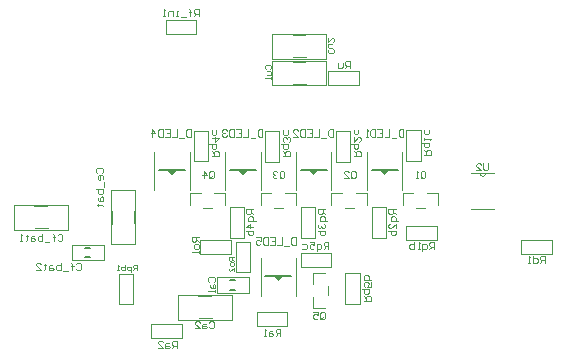
<source format=gbo>
G04*
G04 #@! TF.GenerationSoftware,Altium Limited,Altium Designer,20.2.4 (192)*
G04*
G04 Layer_Color=32896*
%FSLAX25Y25*%
%MOIN*%
G70*
G04*
G04 #@! TF.SameCoordinates,81383B29-DD0C-412F-95FE-E9E56B5C578C*
G04*
G04*
G04 #@! TF.FilePolarity,Positive*
G04*
G01*
G75*
%ADD13C,0.00400*%
%ADD14C,0.00315*%
%ADD16C,0.00300*%
%ADD18C,0.00500*%
%ADD21C,0.00250*%
%ADD22C,0.00394*%
%ADD23C,0.00591*%
G36*
X61614Y64173D02*
X60039Y62598D01*
X58465Y64173D01*
X61614D01*
D02*
G37*
G36*
X85236D02*
X83661Y62598D01*
X82087Y64173D01*
X85236D01*
D02*
G37*
G36*
X97047Y28740D02*
X95472Y27165D01*
X93898Y28740D01*
X97047D01*
D02*
G37*
G36*
X108858Y64173D02*
X107283Y62598D01*
X105709Y64173D01*
X108858D01*
D02*
G37*
G36*
X132480D02*
X130905Y62598D01*
X129331Y64173D01*
X132480D01*
D02*
G37*
D13*
X106890Y18103D02*
X111024D01*
X106890D02*
Y21745D01*
X112008Y22532D02*
Y25485D01*
X106890Y29914D02*
X111024D01*
X106890Y26272D02*
Y29914D01*
X136890Y52461D02*
Y56595D01*
X140532D01*
X141319Y51476D02*
X144272D01*
X148701Y52461D02*
Y56595D01*
X145059D02*
X148701D01*
X113189Y52461D02*
Y56595D01*
X116831D01*
X117618Y51476D02*
X120571D01*
X125000Y52461D02*
Y56595D01*
X121358D02*
X125000D01*
X89567Y52461D02*
Y56595D01*
X93209D01*
X93996Y51476D02*
X96949D01*
X101378Y52461D02*
Y56595D01*
X97736D02*
X101378D01*
X65965Y52461D02*
Y56595D01*
X69606D01*
X70394Y51476D02*
X73347D01*
X77776Y52461D02*
Y56595D01*
X74134D02*
X77776D01*
D14*
X80709Y35089D02*
X78938D01*
Y34203D01*
X79233Y33908D01*
X79823D01*
X80118Y34203D01*
Y35089D01*
Y34498D02*
X80709Y33908D01*
Y33022D02*
Y32432D01*
X80414Y32137D01*
X79823D01*
X79528Y32432D01*
Y33022D01*
X79823Y33318D01*
X80414D01*
X80709Y33022D01*
Y30366D02*
Y31546D01*
X79528Y30366D01*
X79233D01*
X78938Y30661D01*
Y31251D01*
X79233Y31546D01*
D16*
X42298Y19301D02*
Y29537D01*
Y19301D02*
X47022D01*
Y29537D01*
X42298D02*
X47022D01*
X125000Y57480D02*
Y70079D01*
X136811Y57480D02*
Y70079D01*
X101378Y57480D02*
Y70079D01*
X113189Y57480D02*
Y70079D01*
X77756Y57480D02*
Y70079D01*
X89567Y57480D02*
Y70079D01*
X54134Y57480D02*
Y70079D01*
X65945Y57480D02*
Y70079D01*
X89567Y22047D02*
Y34646D01*
X101378Y22047D02*
Y34646D01*
X75015Y23249D02*
Y28367D01*
X85645D01*
Y23249D02*
Y28367D01*
X75015Y23249D02*
X85645D01*
X88287Y12088D02*
X98524D01*
Y16812D01*
X88287D02*
X98524D01*
X88287Y12088D02*
Y16812D01*
X37303Y34154D02*
Y39272D01*
X26673Y34154D02*
X37303D01*
X26673D02*
Y39272D01*
X37303D01*
X57972Y114173D02*
X68209D01*
X57972Y109449D02*
Y114173D01*
Y109449D02*
X68209D01*
Y114173D01*
X79331Y51673D02*
X84055D01*
Y41437D02*
Y51673D01*
X79331Y41437D02*
X84055D01*
X79331D02*
Y51673D01*
X69528Y36006D02*
X79764D01*
Y40730D01*
X69528D02*
X79764D01*
X69528Y36006D02*
Y40730D01*
X81299Y30017D02*
X86024D01*
X81299D02*
Y40253D01*
X86024D01*
Y30017D02*
Y40253D01*
X103150Y51673D02*
X107874D01*
Y41437D02*
Y51673D01*
X103150Y41437D02*
X107874D01*
X103150D02*
Y51673D01*
X112008Y97047D02*
X122244D01*
X112008Y92323D02*
Y97047D01*
Y92323D02*
X122244D01*
Y97047D01*
X176378Y40862D02*
X186614D01*
X176378Y36138D02*
Y40862D01*
Y36138D02*
X186614D01*
Y40862D01*
X53110Y7991D02*
X63346D01*
Y12715D01*
X53110D02*
X63346D01*
X53110Y7991D02*
Y12715D01*
X148228Y40748D02*
Y45472D01*
X137992Y40748D02*
X148228D01*
X137992D02*
Y45472D01*
X148228D01*
X126772Y41437D02*
Y51673D01*
Y41437D02*
X131496D01*
Y51673D01*
X126772D02*
X131496D01*
X117854Y29727D02*
X122579D01*
Y19490D02*
Y29727D01*
X117854Y19490D02*
X122579D01*
X117854D02*
Y29727D01*
X142913Y67224D02*
Y77461D01*
X138189D02*
X142913D01*
X138189Y67224D02*
Y77461D01*
Y67224D02*
X142913D01*
X114764Y66929D02*
X119488D01*
X114764D02*
Y77165D01*
X119488D01*
Y66929D02*
Y77165D01*
X95768Y66929D02*
Y77165D01*
X91043D02*
X95768D01*
X91043Y66929D02*
Y77165D01*
Y66929D02*
X95768D01*
X67421Y67028D02*
X72146D01*
X67421D02*
Y77264D01*
X72146D01*
Y67028D02*
Y77264D01*
X102894Y31890D02*
X113130D01*
Y36614D01*
X102894D02*
X113130D01*
X102894Y31890D02*
Y36614D01*
D18*
X79445Y24234D02*
X81216D01*
X79445Y27383D02*
X81216D01*
X31102Y38287D02*
X32874D01*
X31102Y35138D02*
X32874D01*
D21*
X93442Y101221D02*
X111552D01*
Y109488D01*
X93442D02*
X111552D01*
X93442Y101221D02*
Y109488D01*
X100233Y109004D02*
X104485D01*
X100430Y101704D02*
X104682D01*
X93442Y92323D02*
X111552D01*
Y100591D01*
X93442D02*
X111552D01*
X93442Y92323D02*
Y100591D01*
X100233Y100107D02*
X104485D01*
X100430Y92807D02*
X104682D01*
X61909Y22442D02*
X80020D01*
X61909Y14174D02*
Y22442D01*
Y14174D02*
X80020D01*
Y22442D01*
X68976Y14658D02*
X73228D01*
X68779Y21958D02*
X73032D01*
X14207Y52016D02*
X18459D01*
X14403Y44716D02*
X18655D01*
X25447Y44232D02*
Y52500D01*
X7337Y44232D02*
X25447D01*
X7337D02*
Y52500D01*
X25447D01*
X47351Y46358D02*
Y50610D01*
X40051Y46161D02*
Y50413D01*
X39567Y39370D02*
X47835D01*
X39567D02*
Y57480D01*
X47835D01*
Y39370D02*
Y57480D01*
D22*
X162653Y62992D02*
G03*
X164631Y62992I989J0D01*
G01*
X159803Y50984D02*
X167480D01*
X159803Y62992D02*
X167480D01*
X113845Y104298D02*
X114173Y103970D01*
Y103314D01*
X113845Y102986D01*
X112533D01*
X112205Y103314D01*
Y103970D01*
X112533Y104298D01*
X113517Y104954D02*
X112533D01*
X112205Y105282D01*
Y106266D01*
X113517D01*
X112205Y108234D02*
Y106922D01*
X113517Y108234D01*
X113845D01*
X114173Y107906D01*
Y107250D01*
X113845Y106922D01*
X91273Y97736D02*
X90945Y98064D01*
Y98720D01*
X91273Y99048D01*
X92585D01*
X92913Y98720D01*
Y98064D01*
X92585Y97736D01*
X91601Y97080D02*
X92585D01*
X92913Y96752D01*
Y95768D01*
X91601D01*
X92913Y95112D02*
Y94456D01*
Y94784D01*
X90945D01*
X91273Y95112D01*
X48260Y30643D02*
Y32611D01*
X47276D01*
X46948Y32283D01*
Y31627D01*
X47276Y31299D01*
X48260D01*
X47604D02*
X46948Y30643D01*
X46292Y29987D02*
Y31955D01*
X45308D01*
X44980Y31627D01*
Y30971D01*
X45308Y30643D01*
X46292D01*
X44324Y32611D02*
Y30643D01*
X43340D01*
X43012Y30971D01*
Y31299D01*
Y31627D01*
X43340Y31955D01*
X44324D01*
X42357Y30643D02*
X41701D01*
X42028D01*
Y32611D01*
X42357Y32283D01*
X21947Y42519D02*
X22341Y42913D01*
X23128D01*
X23521Y42519D01*
Y40945D01*
X23128Y40551D01*
X22341D01*
X21947Y40945D01*
X20766Y40551D02*
Y42519D01*
Y41732D01*
X21160D01*
X20373D01*
X20766D01*
Y42519D01*
X20373Y42913D01*
X19192Y40158D02*
X17618D01*
X16831Y42913D02*
Y40551D01*
X15650D01*
X15256Y40945D01*
Y41339D01*
Y41732D01*
X15650Y42126D01*
X16831D01*
X14076D02*
X13288D01*
X12895Y41732D01*
Y40551D01*
X14076D01*
X14469Y40945D01*
X14076Y41339D01*
X12895D01*
X11714Y42519D02*
Y42126D01*
X12108D01*
X11321D01*
X11714D01*
Y40945D01*
X11321Y40551D01*
X10140D02*
X9353D01*
X9746D01*
Y42913D01*
X10140Y42519D01*
X111024Y50984D02*
X108662D01*
Y49804D01*
X109056Y49410D01*
X109843D01*
X110237Y49804D01*
Y50984D01*
Y50197D02*
X111024Y49410D01*
X111811Y47049D02*
X109449D01*
Y48229D01*
X109843Y48623D01*
X110630D01*
X111024Y48229D01*
Y47049D01*
X109056Y46261D02*
X108662Y45868D01*
Y45081D01*
X109056Y44687D01*
X109449D01*
X109843Y45081D01*
Y45474D01*
Y45081D01*
X110237Y44687D01*
X110630D01*
X111024Y45081D01*
Y45868D01*
X110630Y46261D01*
X108662Y43900D02*
X111024D01*
Y42719D01*
X110630Y42326D01*
X110237D01*
X109843D01*
X109449Y42719D01*
Y43900D01*
X68896Y115453D02*
Y117815D01*
X67715D01*
X67321Y117421D01*
Y116634D01*
X67715Y116240D01*
X68896D01*
X68109D02*
X67321Y115453D01*
X66141D02*
Y117421D01*
Y116634D01*
X66534D01*
X65747D01*
X66141D01*
Y117421D01*
X65747Y117815D01*
X64566Y115059D02*
X62992D01*
X62205Y115453D02*
X61418D01*
X61811D01*
Y117027D01*
X62205D01*
X60237Y115453D02*
Y117027D01*
X59056D01*
X58663Y116634D01*
Y115453D01*
X57876D02*
X57089D01*
X57482D01*
Y117815D01*
X57876Y117421D01*
X96161Y8889D02*
Y11250D01*
X94980D01*
X94586Y10857D01*
Y10070D01*
X94980Y9676D01*
X96161D01*
X95373D02*
X94586Y8889D01*
X93405Y10463D02*
X92618D01*
X92225Y10070D01*
Y8889D01*
X93405D01*
X93799Y9283D01*
X93405Y9676D01*
X92225D01*
X91438Y8889D02*
X90650D01*
X91044D01*
Y11250D01*
X91438Y10857D01*
X109547Y14863D02*
Y16437D01*
X109941Y16830D01*
X110728D01*
X111121Y16437D01*
Y14863D01*
X110728Y14469D01*
X109941D01*
X110334Y15256D02*
X109547Y14469D01*
X109941D02*
X109547Y14863D01*
X107186Y16830D02*
X108760D01*
Y15650D01*
X107973Y16043D01*
X107579D01*
X107186Y15650D01*
Y14863D01*
X107579Y14469D01*
X108366D01*
X108760Y14863D01*
X72539Y61811D02*
Y63386D01*
X72933Y63779D01*
X73720D01*
X74114Y63386D01*
Y61811D01*
X73720Y61418D01*
X72933D01*
X73326Y62205D02*
X72539Y61418D01*
X72933D02*
X72539Y61811D01*
X70571Y61418D02*
Y63779D01*
X71752Y62598D01*
X70178D01*
X95958Y61811D02*
Y63386D01*
X96352Y63779D01*
X97139D01*
X97532Y63386D01*
Y61811D01*
X97139Y61418D01*
X96352D01*
X96745Y62205D02*
X95958Y61418D01*
X96352D02*
X95958Y61811D01*
X95171Y63386D02*
X94778Y63779D01*
X93990D01*
X93597Y63386D01*
Y62992D01*
X93990Y62598D01*
X94384D01*
X93990D01*
X93597Y62205D01*
Y61811D01*
X93990Y61418D01*
X94778D01*
X95171Y61811D01*
X119685D02*
Y63386D01*
X120079Y63779D01*
X120866D01*
X121259Y63386D01*
Y61811D01*
X120866Y61418D01*
X120079D01*
X120472Y62205D02*
X119685Y61418D01*
X120079D02*
X119685Y61811D01*
X117324Y61418D02*
X118898D01*
X117324Y62992D01*
Y63386D01*
X117717Y63779D01*
X118504D01*
X118898Y63386D01*
X142913Y61811D02*
Y63386D01*
X143307Y63779D01*
X144094D01*
X144488Y63386D01*
Y61811D01*
X144094Y61418D01*
X143307D01*
X143701Y62205D02*
X142913Y61418D01*
X143307D02*
X142913Y61811D01*
X142126Y61418D02*
X141339D01*
X141733D01*
Y63779D01*
X142126Y63386D01*
X28049Y32775D02*
X28443Y33169D01*
X29230D01*
X29624Y32775D01*
Y31201D01*
X29230Y30807D01*
X28443D01*
X28049Y31201D01*
X26869Y30807D02*
Y32775D01*
Y31988D01*
X27262D01*
X26475D01*
X26869D01*
Y32775D01*
X26475Y33169D01*
X25294Y30414D02*
X23720D01*
X22933Y33169D02*
Y30807D01*
X21752D01*
X21359Y31201D01*
Y31595D01*
Y31988D01*
X21752Y32382D01*
X22933D01*
X20178D02*
X19391D01*
X18997Y31988D01*
Y30807D01*
X20178D01*
X20571Y31201D01*
X20178Y31595D01*
X18997D01*
X17816Y32775D02*
Y32382D01*
X18210D01*
X17423D01*
X17816D01*
Y31201D01*
X17423Y30807D01*
X14668D02*
X16242D01*
X14668Y32382D01*
Y32775D01*
X15061Y33169D01*
X15848D01*
X16242Y32775D01*
X35040Y63187D02*
X34646Y63581D01*
Y64368D01*
X35040Y64762D01*
X36614D01*
X37007Y64368D01*
Y63581D01*
X36614Y63187D01*
X37007Y61220D02*
Y62007D01*
X36614Y62400D01*
X35827D01*
X35433Y62007D01*
Y61220D01*
X35827Y60826D01*
X36220D01*
Y62400D01*
X37401Y60039D02*
Y58465D01*
X34646Y57677D02*
X37007D01*
Y56497D01*
X36614Y56103D01*
X36220D01*
X35827D01*
X35433Y56497D01*
Y57677D01*
Y54922D02*
Y54135D01*
X35827Y53742D01*
X37007D01*
Y54922D01*
X36614Y55316D01*
X36220Y54922D01*
Y53742D01*
X35040Y52561D02*
X35433D01*
Y52955D01*
Y52167D01*
Y52561D01*
X36614D01*
X37007Y52167D01*
X72440Y13267D02*
X72834Y13661D01*
X73621D01*
X74015Y13267D01*
Y11693D01*
X73621Y11300D01*
X72834D01*
X72440Y11693D01*
X71260Y12874D02*
X70473D01*
X70079Y12480D01*
Y11300D01*
X71260D01*
X71653Y11693D01*
X71260Y12087D01*
X70079D01*
X67718Y11300D02*
X69292D01*
X67718Y12874D01*
Y13267D01*
X68111Y13661D01*
X68898D01*
X69292Y13267D01*
X72507Y26909D02*
X72146Y27270D01*
Y27991D01*
X72507Y28352D01*
X73950D01*
X74311Y27991D01*
Y27270D01*
X73950Y26909D01*
X72868Y25827D02*
Y25105D01*
X73228Y24744D01*
X74311D01*
Y25827D01*
X73950Y26188D01*
X73589Y25827D01*
Y24744D01*
X74311Y24023D02*
Y23301D01*
Y23662D01*
X72146D01*
X72507Y24023D01*
X119291Y98130D02*
Y100491D01*
X118111D01*
X117717Y100098D01*
Y99311D01*
X118111Y98917D01*
X119291D01*
X118504D02*
X117717Y98130D01*
X116930Y99704D02*
Y98523D01*
X116536Y98130D01*
X115356D01*
Y99704D01*
X165453Y66338D02*
Y64370D01*
X165059Y63976D01*
X164272D01*
X163879Y64370D01*
Y66338D01*
X161517Y63976D02*
X163091D01*
X161517Y65551D01*
Y65944D01*
X161911Y66338D01*
X162698D01*
X163091Y65944D01*
X184252Y33190D02*
Y35552D01*
X183071D01*
X182678Y35158D01*
Y34371D01*
X183071Y33977D01*
X184252D01*
X183465D02*
X182678Y33190D01*
X180316Y35552D02*
Y33190D01*
X181497D01*
X181890Y33584D01*
Y34371D01*
X181497Y34764D01*
X180316D01*
X179529Y33190D02*
X178742D01*
X179136D01*
Y35552D01*
X179529Y35158D01*
X112198Y37844D02*
Y40206D01*
X111018D01*
X110624Y39812D01*
Y39025D01*
X111018Y38632D01*
X112198D01*
X111411D02*
X110624Y37844D01*
X108263Y37057D02*
Y39419D01*
X109443D01*
X109837Y39025D01*
Y38238D01*
X109443Y37844D01*
X108263D01*
X105901Y40206D02*
X107475D01*
Y39025D01*
X106688Y39419D01*
X106295D01*
X105901Y39025D01*
Y38238D01*
X106295Y37844D01*
X107082D01*
X107475Y38238D01*
X103540Y39419D02*
X104720D01*
X105114Y39025D01*
Y38238D01*
X104720Y37844D01*
X103540D01*
X73228Y68799D02*
X75590D01*
Y69980D01*
X75196Y70373D01*
X74409D01*
X74015Y69980D01*
Y68799D01*
Y69586D02*
X73228Y70373D01*
X72441Y72735D02*
X74803D01*
Y71554D01*
X74409Y71161D01*
X73622D01*
X73228Y71554D01*
Y72735D01*
Y74703D02*
X75590D01*
X74409Y73522D01*
Y75096D01*
X74803Y77458D02*
Y76277D01*
X74409Y75884D01*
X73622D01*
X73228Y76277D01*
Y77458D01*
X97047Y68799D02*
X99409D01*
Y69980D01*
X99015Y70373D01*
X98228D01*
X97834Y69980D01*
Y68799D01*
Y69586D02*
X97047Y70373D01*
X96260Y72735D02*
X98621D01*
Y71554D01*
X98228Y71161D01*
X97441D01*
X97047Y71554D01*
Y72735D01*
X99015Y73522D02*
X99409Y73916D01*
Y74703D01*
X99015Y75096D01*
X98621D01*
X98228Y74703D01*
Y74309D01*
Y74703D01*
X97834Y75096D01*
X97441D01*
X97047Y74703D01*
Y73916D01*
X97441Y73522D01*
X98621Y77458D02*
Y76277D01*
X98228Y75884D01*
X97441D01*
X97047Y76277D01*
Y77458D01*
X120571Y68898D02*
X122932D01*
Y70078D01*
X122539Y70472D01*
X121752D01*
X121358Y70078D01*
Y68898D01*
Y69685D02*
X120571Y70472D01*
X119784Y72833D02*
X122145D01*
Y71653D01*
X121752Y71259D01*
X120964D01*
X120571Y71653D01*
Y72833D01*
Y75195D02*
Y73620D01*
X122145Y75195D01*
X122539D01*
X122932Y74801D01*
Y74014D01*
X122539Y73620D01*
X122145Y77556D02*
Y76376D01*
X121752Y75982D01*
X120964D01*
X120571Y76376D01*
Y77556D01*
X144095Y69272D02*
X146456D01*
Y70452D01*
X146062Y70846D01*
X145275D01*
X144882Y70452D01*
Y69272D01*
Y70059D02*
X144095Y70846D01*
X143307Y73207D02*
X145669D01*
Y72027D01*
X145275Y71633D01*
X144488D01*
X144095Y72027D01*
Y73207D01*
Y73994D02*
Y74782D01*
Y74388D01*
X146456D01*
X146062Y73994D01*
X145669Y77537D02*
Y76356D01*
X145275Y75962D01*
X144488D01*
X144095Y76356D01*
Y77537D01*
X124016Y20472D02*
X126377D01*
Y21653D01*
X125984Y22047D01*
X125197D01*
X124803Y21653D01*
Y20472D01*
Y21260D02*
X124016Y22047D01*
X123229Y24408D02*
X125590D01*
Y23227D01*
X125197Y22834D01*
X124409D01*
X124016Y23227D01*
Y24408D01*
X126377Y26770D02*
Y25195D01*
X125197D01*
X125590Y25982D01*
Y26376D01*
X125197Y26770D01*
X124409D01*
X124016Y26376D01*
Y25589D01*
X124409Y25195D01*
X126377Y27557D02*
X124016D01*
Y28738D01*
X124409Y29131D01*
X124803D01*
X125197D01*
X125590Y28738D01*
Y27557D01*
X87106Y50984D02*
X84745D01*
Y49804D01*
X85138Y49410D01*
X85926D01*
X86319Y49804D01*
Y50984D01*
Y50197D02*
X87106Y49410D01*
X87893Y47049D02*
X85532D01*
Y48229D01*
X85926Y48623D01*
X86713D01*
X87106Y48229D01*
Y47049D01*
Y45081D02*
X84745D01*
X85926Y46261D01*
Y44687D01*
X84745Y43900D02*
X87106D01*
Y42719D01*
X86713Y42326D01*
X86319D01*
X85926D01*
X85532Y42719D01*
Y43900D01*
X134567Y50984D02*
X132205D01*
Y49804D01*
X132599Y49410D01*
X133386D01*
X133780Y49804D01*
Y50984D01*
Y50197D02*
X134567Y49410D01*
X135354Y47049D02*
X132993D01*
Y48229D01*
X133386Y48623D01*
X134173D01*
X134567Y48229D01*
Y47049D01*
Y44687D02*
Y46261D01*
X132993Y44687D01*
X132599D01*
X132205Y45081D01*
Y45868D01*
X132599Y46261D01*
X132205Y43900D02*
X134567D01*
Y42719D01*
X134173Y42326D01*
X133780D01*
X133386D01*
X132993Y42719D01*
Y43900D01*
X147445Y37795D02*
Y40157D01*
X146265D01*
X145871Y39763D01*
Y38976D01*
X146265Y38582D01*
X147445D01*
X146658D02*
X145871Y37795D01*
X143510Y37008D02*
Y39370D01*
X144690D01*
X145084Y38976D01*
Y38189D01*
X144690Y37795D01*
X143510D01*
X142722D02*
X141935D01*
X142329D01*
Y40157D01*
X142722Y39763D01*
X140755Y40157D02*
Y37795D01*
X139574D01*
X139180Y38189D01*
Y38582D01*
Y38976D01*
X139574Y39370D01*
X140755D01*
X61673Y4823D02*
Y7184D01*
X60492D01*
X60099Y6791D01*
Y6004D01*
X60492Y5610D01*
X61673D01*
X60886D02*
X60099Y4823D01*
X58918Y6397D02*
X58131D01*
X57737Y6004D01*
Y4823D01*
X58918D01*
X59312Y5216D01*
X58918Y5610D01*
X57737D01*
X55376Y4823D02*
X56950D01*
X55376Y6397D01*
Y6791D01*
X55770Y7184D01*
X56557D01*
X56950Y6791D01*
X68996Y41822D02*
X66635D01*
Y40641D01*
X67028Y40247D01*
X67815D01*
X68209Y40641D01*
Y41822D01*
Y41035D02*
X68996Y40247D01*
Y39067D02*
Y38280D01*
X68603Y37886D01*
X67815D01*
X67422Y38280D01*
Y39067D01*
X67815Y39460D01*
X68603D01*
X68996Y39067D01*
Y37099D02*
Y36312D01*
Y36705D01*
X66635D01*
X67028Y37099D01*
X101378Y41633D02*
Y39272D01*
X100197D01*
X99804Y39665D01*
Y41240D01*
X100197Y41633D01*
X101378D01*
X99016Y38878D02*
X97442D01*
X96655Y41633D02*
Y39272D01*
X95081D01*
X92719Y41633D02*
X94294D01*
Y39272D01*
X92719D01*
X94294Y40452D02*
X93506D01*
X91932Y41633D02*
Y39272D01*
X90751D01*
X90358Y39665D01*
Y41240D01*
X90751Y41633D01*
X91932D01*
X87997D02*
X89571D01*
Y40452D01*
X88784Y40846D01*
X88390D01*
X87997Y40452D01*
Y39665D01*
X88390Y39272D01*
X89177D01*
X89571Y39665D01*
X66339Y77645D02*
Y75283D01*
X65158D01*
X64764Y75677D01*
Y77251D01*
X65158Y77645D01*
X66339D01*
X63977Y74890D02*
X62403D01*
X61616Y77645D02*
Y75283D01*
X60041D01*
X57680Y77645D02*
X59254D01*
Y75283D01*
X57680D01*
X59254Y76464D02*
X58467D01*
X56893Y77645D02*
Y75283D01*
X55712D01*
X55318Y75677D01*
Y77251D01*
X55712Y77645D01*
X56893D01*
X53351Y75283D02*
Y77645D01*
X54531Y76464D01*
X52957D01*
X90158Y77645D02*
Y75283D01*
X88977D01*
X88583Y75677D01*
Y77251D01*
X88977Y77645D01*
X90158D01*
X87796Y74890D02*
X86222D01*
X85435Y77645D02*
Y75283D01*
X83860D01*
X81499Y77645D02*
X83073D01*
Y75283D01*
X81499D01*
X83073Y76464D02*
X82286D01*
X80712Y77645D02*
Y75283D01*
X79531D01*
X79137Y75677D01*
Y77251D01*
X79531Y77645D01*
X80712D01*
X78350Y77251D02*
X77957Y77645D01*
X77170D01*
X76776Y77251D01*
Y76858D01*
X77170Y76464D01*
X77563D01*
X77170D01*
X76776Y76071D01*
Y75677D01*
X77170Y75283D01*
X77957D01*
X78350Y75677D01*
X113779Y77645D02*
Y75283D01*
X112599D01*
X112205Y75677D01*
Y77251D01*
X112599Y77645D01*
X113779D01*
X111418Y74890D02*
X109844D01*
X109057Y77645D02*
Y75283D01*
X107482D01*
X105121Y77645D02*
X106695D01*
Y75283D01*
X105121D01*
X106695Y76464D02*
X105908D01*
X104334Y77645D02*
Y75283D01*
X103153D01*
X102760Y75677D01*
Y77251D01*
X103153Y77645D01*
X104334D01*
X100398Y75283D02*
X101972D01*
X100398Y76858D01*
Y77251D01*
X100792Y77645D01*
X101579D01*
X101972Y77251D01*
X137205Y77647D02*
Y75285D01*
X136024D01*
X135630Y75679D01*
Y77253D01*
X136024Y77647D01*
X137205D01*
X134843Y74892D02*
X133269D01*
X132482Y77647D02*
Y75285D01*
X130907D01*
X128546Y77647D02*
X130120D01*
Y75285D01*
X128546D01*
X130120Y76466D02*
X129333D01*
X127759Y77647D02*
Y75285D01*
X126578D01*
X126185Y75679D01*
Y77253D01*
X126578Y77647D01*
X127759D01*
X125398Y75285D02*
X124610D01*
X125004D01*
Y77647D01*
X125398Y77253D01*
D23*
X126575Y64173D02*
X135236D01*
X102953D02*
X111614D01*
X79331D02*
X87992D01*
X55709D02*
X64370D01*
X91142Y28740D02*
X99803D01*
M02*

</source>
